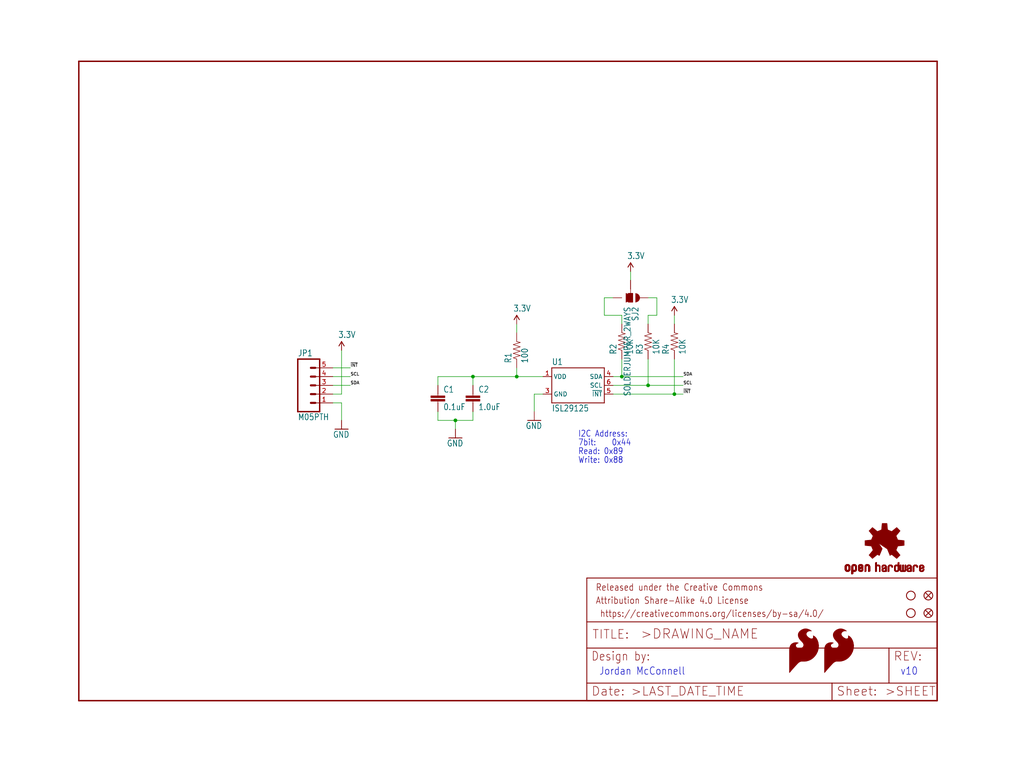
<source format=kicad_sch>
(kicad_sch (version 20211123) (generator eeschema)
  (paper "User" 297.002 223.926)
  (lib_symbols
    (symbol "eagleSchem-eagle-import:0.1UF-25V(+80{slash}-20%)(0603)"
      (property "Reference" "C" (at 1.524 2.921 0))
      (property "Value" "0.1UF-25V(+80{slash}-20%)(0603)" (at 1.524 -2.159 0))
      (symbol "0.1UF-25V(+80{slash}-20%)(0603)_1_0"
        (pin passive line (at 0 5.08 270) (length 2.54) (name "1") (number "1"))
        (pin passive line (at 0 -2.54 90) (length 2.54) (name "2") (number "2"))
      )
    )
    (symbol "eagleSchem-eagle-import:1.0UF-16V-10%(0603)"
      (property "Reference" "C" (at 1.524 2.921 0))
      (property "Value" "1.0UF-16V-10%(0603)" (at 1.524 -2.159 0))
      (symbol "1.0UF-16V-10%(0603)_1_0"
        (pin passive line (at 0 5.08 270) (length 2.54) (name "1") (number "1"))
        (pin passive line (at 0 -2.54 90) (length 2.54) (name "2") (number "2"))
      )
    )
    (symbol "eagleSchem-eagle-import:100OHM1{slash}10W1%(0603)"
      (property "Reference" "R" (at -3.81 1.4986 0))
      (property "Value" "100OHM1{slash}10W1%(0603)" (at -3.81 -3.302 0))
      (symbol "100OHM1{slash}10W1%(0603)_1_0"
        (pin passive line (at -5.08 0 0) (length 2.54) (name "1") (number "1"))
        (pin passive line (at 5.08 0 180) (length 2.54) (name "2") (number "2"))
      )
    )
    (symbol "eagleSchem-eagle-import:10KOHM1{slash}10W1%(0603)0603"
      (property "Reference" "R" (at -3.81 1.4986 0))
      (property "Value" "10KOHM1{slash}10W1%(0603)0603" (at -3.81 -3.302 0))
      (symbol "10KOHM1{slash}10W1%(0603)0603_1_0"
        (pin passive line (at -5.08 0 0) (length 2.54) (name "1") (number "1"))
        (pin passive line (at 5.08 0 180) (length 2.54) (name "2") (number "2"))
      )
    )
    (symbol "eagleSchem-eagle-import:3.3V" (power)
      (property "Value" "3.3V" (at -1.016 3.556 0))
      (symbol "3.3V_1_0"
        (pin power_in line (at 0 0 90) (length 2.54) (name "3.3V") (number "1"))
      )
    )
    (symbol "eagleSchem-eagle-import:FIDUCIAL1X2")
    (symbol "eagleSchem-eagle-import:FRAME-LETTER"
      (symbol "FRAME-LETTER_2_0"
        (text " https://creativecommons.org/licenses/by-sa/4.0/" (at 2.54 24.13 0) (effects (font (size 1.9304 1.6408)) (justify left bottom)))
        (text ">DRAWING_NAME" (at 15.494 17.78 0) (effects (font (size 2.7432 2.7432)) (justify left bottom)))
        (text ">LAST_DATE_TIME" (at 12.7 1.27 0) (effects (font (size 2.54 2.54)) (justify left bottom)))
        (text ">SHEET" (at 86.36 1.27 0) (effects (font (size 2.54 2.54)) (justify left bottom)))
        (text "Attribution Share-Alike 4.0 License" (at 2.54 27.94 0) (effects (font (size 1.9304 1.6408)) (justify left bottom)))
        (text "Date:" (at 1.27 1.27 0) (effects (font (size 2.54 2.54)) (justify left bottom)))
        (text "Design by:" (at 1.27 11.43 0) (effects (font (size 2.54 2.159)) (justify left bottom)))
        (text "Released under the Creative Commons" (at 2.54 31.75 0) (effects (font (size 1.9304 1.6408)) (justify left bottom)))
        (text "REV:" (at 88.9 11.43 0) (effects (font (size 2.54 2.54)) (justify left bottom)))
        (text "Sheet:" (at 72.39 1.27 0) (effects (font (size 2.54 2.54)) (justify left bottom)))
        (text "TITLE:" (at 1.524 17.78 0) (effects (font (size 2.54 2.54)) (justify left bottom)))
      )
    )
    (symbol "eagleSchem-eagle-import:GND" (power)
      (property "Value" "GND" (at -2.54 -2.54 0))
      (symbol "GND_1_0"
        (pin power_in line (at 0 2.54 270) (length 2.54) (name "GND") (number "1"))
      )
    )
    (symbol "eagleSchem-eagle-import:ISL29125"
      (property "Value" "ISL29125" (at -7.62 -7.62 0))
      (symbol "ISL29125_1_0"
        (pin bidirectional line (at -10.16 2.54 0) (length 2.54) (name "VDD") (number "1"))
        (pin bidirectional line (at -10.16 -2.54 0) (length 2.54) (name "GND") (number "3"))
        (pin bidirectional line (at 10.16 2.54 180) (length 2.54) (name "SDA") (number "4"))
        (pin bidirectional line (at 10.16 -2.54 180) (length 2.54) (name "~{INT}") (number "5"))
        (pin bidirectional line (at 10.16 0 180) (length 2.54) (name "SCL") (number "6"))
      )
    )
    (symbol "eagleSchem-eagle-import:M05PTH"
      (property "Reference" "JP" (at -2.54 8.382 0))
      (property "Value" "M05PTH" (at -2.54 -10.16 0))
      (symbol "M05PTH_1_0"
        (pin passive line (at 7.62 -5.08 180) (length 5.08) (name "1") (number "1"))
        (pin passive line (at 7.62 -2.54 180) (length 5.08) (name "2") (number "2"))
        (pin passive line (at 7.62 0 180) (length 5.08) (name "3") (number "3"))
        (pin passive line (at 7.62 2.54 180) (length 5.08) (name "4") (number "4"))
        (pin passive line (at 7.62 5.08 180) (length 5.08) (name "5") (number "5"))
      )
    )
    (symbol "eagleSchem-eagle-import:OSHW-LOGOS")
    (symbol "eagleSchem-eagle-import:SFE_LOGO_FLAME.2_INCH")
    (symbol "eagleSchem-eagle-import:SOLDERJUMPER_2WAYS"
      (property "Reference" "SJ" (at 2.54 0.381 0))
      (property "Value" "SOLDERJUMPER_2WAYS" (at 2.54 -1.905 0))
      (symbol "SOLDERJUMPER_2WAYS_1_0"
        (pin passive line (at 0 5.08 270) (length 2.54) (name "1") (number "1"))
        (pin passive line (at -5.08 0 0) (length 2.54) (name "2") (number "2"))
        (pin passive line (at 0 -5.08 90) (length 2.54) (name "3") (number "3"))
      )
    )
    (symbol "eagleSchem-eagle-import:STAND-OFF")
  )
  (junction (at 149.86 109.22))
  (junction (at 137.16 109.22))
  (junction (at 187.96 111.76))
  (junction (at 180.34 109.22))
  (junction (at 195.58 114.3))
  (junction (at 132.08 121.92))
  (wire (pts (xy 177.8 109.22) (xy 180.34 109.22)))
  (wire (pts (xy 149.86 109.22) (xy 149.86 106.68)))
  (wire (pts (xy 187.96 91.44) (xy 190.5 91.44)))
  (wire (pts (xy 195.58 104.14) (xy 195.58 114.3)))
  (wire (pts (xy 137.16 109.22) (xy 137.16 111.76)))
  (wire (pts (xy 177.8 111.76) (xy 187.96 111.76)))
  (wire (pts (xy 149.86 109.22) (xy 157.48 109.22)))
  (wire (pts (xy 132.08 121.92) (xy 137.16 121.92)))
  (wire (pts (xy 149.86 109.22) (xy 137.16 109.22)))
  (wire (pts (xy 180.34 93.98) (xy 180.34 91.44)))
  (wire (pts (xy 190.5 91.44) (xy 190.5 86.36)))
  (wire (pts (xy 180.34 91.44) (xy 175.26 91.44)))
  (wire (pts (xy 99.06 114.3) (xy 99.06 101.6)))
  (wire (pts (xy 187.96 111.76) (xy 198.12 111.76)))
  (wire (pts (xy 175.26 86.36) (xy 177.8 86.36)))
  (wire (pts (xy 127 121.92) (xy 132.08 121.92)))
  (wire (pts (xy 195.58 114.3) (xy 198.12 114.3)))
  (wire (pts (xy 137.16 109.22) (xy 127 109.22)))
  (wire (pts (xy 195.58 91.44) (xy 195.58 93.98)))
  (wire (pts (xy 177.8 114.3) (xy 195.58 114.3)))
  (wire (pts (xy 96.52 114.3) (xy 99.06 114.3)))
  (wire (pts (xy 157.48 114.3) (xy 154.94 114.3)))
  (wire (pts (xy 96.52 111.76) (xy 101.6 111.76)))
  (wire (pts (xy 187.96 91.44) (xy 187.96 93.98)))
  (wire (pts (xy 96.52 106.68) (xy 101.6 106.68)))
  (wire (pts (xy 175.26 91.44) (xy 175.26 86.36)))
  (wire (pts (xy 190.5 86.36) (xy 187.96 86.36)))
  (wire (pts (xy 96.52 116.84) (xy 99.06 116.84)))
  (wire (pts (xy 180.34 109.22) (xy 198.12 109.22)))
  (wire (pts (xy 127 109.22) (xy 127 111.76)))
  (wire (pts (xy 137.16 121.92) (xy 137.16 119.38)))
  (wire (pts (xy 127 119.38) (xy 127 121.92)))
  (wire (pts (xy 182.88 81.28) (xy 182.88 78.74)))
  (wire (pts (xy 132.08 124.46) (xy 132.08 121.92)))
  (wire (pts (xy 154.94 114.3) (xy 154.94 119.38)))
  (wire (pts (xy 149.86 96.52) (xy 149.86 93.98)))
  (wire (pts (xy 187.96 104.14) (xy 187.96 111.76)))
  (wire (pts (xy 180.34 109.22) (xy 180.34 104.14)))
  (wire (pts (xy 96.52 109.22) (xy 101.6 109.22)))
  (wire (pts (xy 99.06 116.84) (xy 99.06 121.92)))
  (text "Write: 0x88" (at 167.64 134.62 180) (effects (font (size 1.778 1.5113)) (justify left bottom)))
  (text "Read: 0x89" (at 167.64 132.08 180) (effects (font (size 1.778 1.5113)) (justify left bottom)))
  (text "7bit:    0x44" (at 167.64 129.54 180) (effects (font (size 1.778 1.5113)) (justify left bottom)))
  (text "I2C Address:" (at 167.64 127 180) (effects (font (size 1.778 1.5113)) (justify left bottom)))
  (text "v10" (at 261.112 196.088 180) (effects (font (size 2.1844 1.8567)) (justify left bottom)))
  (text "Jordan McConnell" (at 173.736 196.088 180) (effects (font (size 2.1844 1.8567)) (justify left bottom)))
  (label "SCL" (at 198.12 111.76 0) (effects (font (size 0.889 0.889))))
  (label "~{INT}" (at 198.12 114.3 0) (effects (font (size 0.889 0.889))))
  (label "~{INT}" (at 101.6 106.68 0) (effects (font (size 0.889 0.889))))
  (label "SDA" (at 101.6 111.76 0) (effects (font (size 0.889 0.889))))
  (label "SCL" (at 101.6 109.22 0) (effects (font (size 0.889 0.889))))
  (label "SDA" (at 198.12 109.22 0) (effects (font (size 0.889 0.889))))
  (symbol (lib_id "eagleSchem-eagle-import:10KOHM1{slash}10W1%(0603)0603") (at 187.96 99.06 90) (unit 1)
    (property "Reference" "R3" (at 186.4614 102.87 0) (effects (font (size 1.778 1.5113)) (justify left bottom)))
    (property "Value" "10K" (at 191.262 102.87 0) (effects (font (size 1.778 1.5113)) (justify left bottom)))
    (property "Footprint" "eagleSchem:0603-RES" (effects hide))
  )
  (symbol (lib_id "eagleSchem-eagle-import:FIDUCIAL1X2") (at 269.24 172.72 0) (unit 1)
    (property "Reference" "FID2" (effects hide))
    (property "Value" "FIDUCIAL1X2" (effects hide))
    (property "Footprint" "eagleSchem:FIDUCIAL-1X2" (effects hide))
  )
  (symbol (lib_id "eagleSchem-eagle-import:GND") (at 154.94 121.92 0) (unit 1)
    (property "Reference" "#GND1" (effects hide))
    (property "Value" "GND" (at 152.4 124.46 0) (effects (font (size 1.778 1.5113)) (justify left bottom)))
    (property "Footprint" "eagleSchem:" (effects hide))
  )
  (symbol (lib_id "eagleSchem-eagle-import:STAND-OFF") (at 264.16 172.72 0) (unit 1)
    (property "Reference" "STANDOFF1" (effects hide))
    (property "Value" "STAND-OFF" (effects hide))
    (property "Footprint" "eagleSchem:STAND-OFF" (effects hide))
  )
  (symbol (lib_id "eagleSchem-eagle-import:SOLDERJUMPER_2WAYS") (at 182.88 86.36 270) (unit 1)
    (property "Reference" "SJ2" (at 183.261 88.9 0) (effects (font (size 1.778 1.5113)) (justify left bottom)))
    (property "Value" "SOLDERJUMPER_2WAYS" (at 180.975 88.9 0) (effects (font (size 1.778 1.5113)) (justify left bottom)))
    (property "Footprint" "eagleSchem:SJ_3" (effects hide))
  )
  (symbol (lib_id "eagleSchem-eagle-import:SFE_LOGO_FLAME.2_INCH") (at 228.6 195.58 0) (unit 1)
    (property "Reference" "LOGO2" (effects hide))
    (property "Value" "SFE_LOGO_FLAME.2_INCH" (effects hide))
    (property "Footprint" "eagleSchem:SFE_LOGO_FLAME_.2" (effects hide))
  )
  (symbol (lib_id "eagleSchem-eagle-import:GND") (at 99.06 124.46 0) (unit 1)
    (property "Reference" "#GND2" (effects hide))
    (property "Value" "GND" (at 96.52 127 0) (effects (font (size 1.778 1.5113)) (justify left bottom)))
    (property "Footprint" "eagleSchem:" (effects hide))
  )
  (symbol (lib_id "eagleSchem-eagle-import:ISL29125") (at 167.64 111.76 0) (unit 1)
    (property "Reference" "U1" (at 160.02 105.918 0) (effects (font (size 1.778 1.5113)) (justify left bottom)))
    (property "Value" "ISL29125" (at 160.02 119.38 0) (effects (font (size 1.778 1.5113)) (justify left bottom)))
    (property "Footprint" "eagleSchem:ODFN-LD-6" (effects hide))
  )
  (symbol (lib_id "eagleSchem-eagle-import:10KOHM1{slash}10W1%(0603)0603") (at 180.34 99.06 90) (unit 1)
    (property "Reference" "R2" (at 178.8414 102.87 0) (effects (font (size 1.778 1.5113)) (justify left bottom)))
    (property "Value" "10K" (at 183.642 102.87 0) (effects (font (size 1.778 1.5113)) (justify left bottom)))
    (property "Footprint" "eagleSchem:0603-RES" (effects hide))
  )
  (symbol (lib_id "eagleSchem-eagle-import:3.3V") (at 149.86 93.98 0) (unit 1)
    (property "Reference" "#SUPPLY1" (effects hide))
    (property "Value" "3.3V" (at 148.844 90.424 0) (effects (font (size 1.778 1.5113)) (justify left bottom)))
    (property "Footprint" "eagleSchem:" (effects hide))
  )
  (symbol (lib_id "eagleSchem-eagle-import:M05PTH") (at 88.9 111.76 0) (unit 1)
    (property "Reference" "JP1" (at 86.36 103.378 0) (effects (font (size 1.778 1.5113)) (justify left bottom)))
    (property "Value" "M05PTH" (at 86.36 121.92 0) (effects (font (size 1.778 1.5113)) (justify left bottom)))
    (property "Footprint" "eagleSchem:1X05" (effects hide))
  )
  (symbol (lib_id "eagleSchem-eagle-import:100OHM1{slash}10W1%(0603)") (at 149.86 101.6 90) (unit 1)
    (property "Reference" "R1" (at 148.3614 105.41 0) (effects (font (size 1.778 1.5113)) (justify left bottom)))
    (property "Value" "100" (at 153.162 105.41 0) (effects (font (size 1.778 1.5113)) (justify left bottom)))
    (property "Footprint" "eagleSchem:0603-RES" (effects hide))
  )
  (symbol (lib_id "eagleSchem-eagle-import:3.3V") (at 182.88 78.74 0) (unit 1)
    (property "Reference" "#SUPPLY3" (effects hide))
    (property "Value" "3.3V" (at 181.864 75.184 0) (effects (font (size 1.778 1.5113)) (justify left bottom)))
    (property "Footprint" "eagleSchem:" (effects hide))
  )
  (symbol (lib_id "eagleSchem-eagle-import:FIDUCIAL1X2") (at 269.24 177.8 0) (unit 1)
    (property "Reference" "FID1" (effects hide))
    (property "Value" "FIDUCIAL1X2" (effects hide))
    (property "Footprint" "eagleSchem:FIDUCIAL-1X2" (effects hide))
  )
  (symbol (lib_id "eagleSchem-eagle-import:STAND-OFF") (at 264.16 177.8 0) (unit 1)
    (property "Reference" "STANDOFF2" (effects hide))
    (property "Value" "STAND-OFF" (effects hide))
    (property "Footprint" "eagleSchem:STAND-OFF" (effects hide))
  )
  (symbol (lib_id "eagleSchem-eagle-import:FRAME-LETTER") (at 170.18 203.2 0) (unit 2)
    (property "Reference" "FRAME1" (effects hide))
    (property "Value" "FRAME-LETTER" (effects hide))
    (property "Footprint" "eagleSchem:CREATIVE_COMMONS" (effects hide))
  )
  (symbol (lib_id "eagleSchem-eagle-import:3.3V") (at 99.06 101.6 0) (unit 1)
    (property "Reference" "#SUPPLY2" (effects hide))
    (property "Value" "3.3V" (at 98.044 98.044 0) (effects (font (size 1.778 1.5113)) (justify left bottom)))
    (property "Footprint" "eagleSchem:" (effects hide))
  )
  (symbol (lib_id "eagleSchem-eagle-import:1.0UF-16V-10%(0603)") (at 137.16 116.84 0) (unit 1)
    (property "Reference" "C2" (at 138.684 113.919 0) (effects (font (size 1.778 1.5113)) (justify left bottom)))
    (property "Value" "1.0uF" (at 138.684 118.999 0) (effects (font (size 1.778 1.5113)) (justify left bottom)))
    (property "Footprint" "eagleSchem:0603-CAP" (effects hide))
  )
  (symbol (lib_id "eagleSchem-eagle-import:FRAME-LETTER") (at 22.86 203.2 0) (unit 1)
    (property "Reference" "FRAME1" (effects hide))
    (property "Value" "FRAME-LETTER" (effects hide))
    (property "Footprint" "eagleSchem:CREATIVE_COMMONS" (effects hide))
  )
  (symbol (lib_id "eagleSchem-eagle-import:GND") (at 132.08 127 0) (unit 1)
    (property "Reference" "#GND3" (effects hide))
    (property "Value" "GND" (at 129.54 129.54 0) (effects (font (size 1.778 1.5113)) (justify left bottom)))
    (property "Footprint" "eagleSchem:" (effects hide))
  )
  (symbol (lib_id "eagleSchem-eagle-import:10KOHM1{slash}10W1%(0603)0603") (at 195.58 99.06 90) (unit 1)
    (property "Reference" "R4" (at 194.0814 102.87 0) (effects (font (size 1.778 1.5113)) (justify left bottom)))
    (property "Value" "10K" (at 198.882 102.87 0) (effects (font (size 1.778 1.5113)) (justify left bottom)))
    (property "Footprint" "eagleSchem:0603-RES" (effects hide))
  )
  (symbol (lib_id "eagleSchem-eagle-import:3.3V") (at 195.58 91.44 0) (unit 1)
    (property "Reference" "#SUPPLY4" (effects hide))
    (property "Value" "3.3V" (at 194.564 87.884 0) (effects (font (size 1.778 1.5113)) (justify left bottom)))
    (property "Footprint" "eagleSchem:" (effects hide))
  )
  (symbol (lib_id "eagleSchem-eagle-import:SFE_LOGO_FLAME.2_INCH") (at 238.76 195.58 0) (unit 1)
    (property "Reference" "LOGO4" (effects hide))
    (property "Value" "SFE_LOGO_FLAME.2_INCH" (effects hide))
    (property "Footprint" "eagleSchem:SFE_LOGO_FLAME_.2" (effects hide))
  )
  (symbol (lib_id "eagleSchem-eagle-import:OSHW-LOGOS") (at 256.54 157.48 0) (unit 1)
    (property "Reference" "LOGO3" (effects hide))
    (property "Value" "OSHW-LOGOS" (effects hide))
    (property "Footprint" "eagleSchem:OSHW-LOGO-S" (effects hide))
  )
  (symbol (lib_id "eagleSchem-eagle-import:0.1UF-25V(+80{slash}-20%)(0603)") (at 127 116.84 0) (unit 1)
    (property "Reference" "C1" (at 128.524 113.919 0) (effects (font (size 1.778 1.5113)) (justify left bottom)))
    (property "Value" "0.1uF" (at 128.524 118.999 0) (effects (font (size 1.778 1.5113)) (justify left bottom)))
    (property "Footprint" "eagleSchem:0603-CAP" (effects hide))
  )
)
</source>
